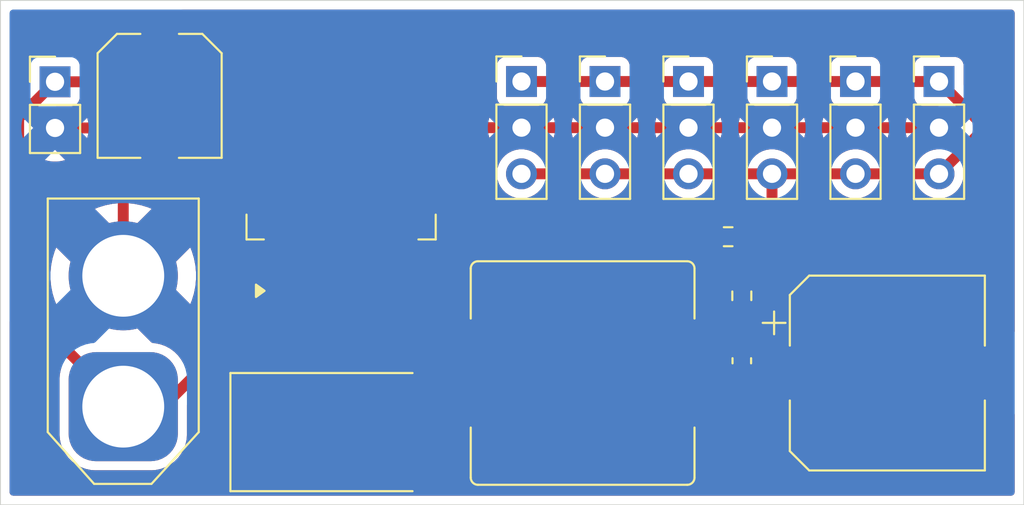
<source format=kicad_pcb>
(kicad_pcb (version 20241229) (generator "pcbnew") (generator_version "9.0")
  (layers (0 "F.Cu" signal) (2 "B.Cu" signal) (13 "F.Paste" user) (15 "B.Paste" user) (5 "F.SilkS" user "F.Silkscreen") (7 "B.SilkS" user "B.Silkscreen") (1 "F.Mask" user) (3 "B.Mask" user) (25 "Edge.Cuts" user))
  (net 0 "")
  (net 1 "GND")
  (net 2 "Net-(J2-Pin_1)")
  (net 3 "Net-(J1-Pin_1)")
  (net 4 "Net-(U1-FB)")
  (net 5 "Net-(D1-K)")
  (footprint "Connector_PinHeader_2.54mm:PinHeader_1x03_P2.54mm_Vertical" (layer "F.Cu") (at 173.16 66.96)
    (property "Reference" "J5" (hide yes))
    (property "Value" "Screw_Terminal_01x03" (hide yes))
    (fp_line (start -1.38 -1.38) (end 0 -1.38) (stroke (width 0.12)) (layer "F.SilkS"))
    (fp_line (start -1.38 0) (end -1.38 -1.38) (stroke (width 0.12)) (layer "F.SilkS"))
    (fp_line (start -1.38 1.27) (end -1.38 6.46) (stroke (width 0.12)) (layer "F.SilkS"))
    (fp_line (start -1.38 1.27) (end 1.38 1.27) (stroke (width 0.12)) (layer "F.SilkS"))
    (fp_line (start -1.38 6.46) (end 1.38 6.46) (stroke (width 0.12)) (layer "F.SilkS"))
    (fp_line (start 1.38 1.27) (end 1.38 6.46) (stroke (width 0.12)) (layer "F.SilkS"))
    (pad "1" thru_hole rect (at 0 0) (size 1.7 1.7) (drill 1) (layers "*.Cu" "*.Mask") (net 2 "Net-(J2-Pin_1)"))
    (pad "2" thru_hole circle (at 0 2.54) (size 1.7 1.7) (drill 1) (layers "*.Cu" "*.Mask") (net 1 "GND"))
    (pad "3" thru_hole circle (at 0 5.08) (size 1.7 1.7) (drill 1) (layers "*.Cu" "*.Mask") (net 2 "Net-(J2-Pin_1)"))
  )
  (footprint "Connector_PinHeader_2.54mm:PinHeader_1x03_P2.54mm_Vertical" (layer "F.Cu") (at 177.75 66.96)
    (property "Reference" "J6" (hide yes))
    (property "Value" "Screw_Terminal_01x03" (hide yes))
    (fp_line (start -1.38 -1.38) (end 0 -1.38) (stroke (width 0.12)) (layer "F.SilkS"))
    (fp_line (start -1.38 0) (end -1.38 -1.38) (stroke (width 0.12)) (layer "F.SilkS"))
    (fp_line (start -1.38 1.27) (end -1.38 6.46) (stroke (width 0.12)) (layer "F.SilkS"))
    (fp_line (start -1.38 1.27) (end 1.38 1.27) (stroke (width 0.12)) (layer "F.SilkS"))
    (fp_line (start -1.38 6.46) (end 1.38 6.46) (stroke (width 0.12)) (layer "F.SilkS"))
    (fp_line (start 1.38 1.27) (end 1.38 6.46) (stroke (width 0.12)) (layer "F.SilkS"))
    (pad "1" thru_hole rect (at 0 0) (size 1.7 1.7) (drill 1) (layers "*.Cu" "*.Mask") (net 2 "Net-(J2-Pin_1)"))
    (pad "2" thru_hole circle (at 0 2.54) (size 1.7 1.7) (drill 1) (layers "*.Cu" "*.Mask") (net 1 "GND"))
    (pad "3" thru_hole circle (at 0 5.08) (size 1.7 1.7) (drill 1) (layers "*.Cu" "*.Mask") (net 2 "Net-(J2-Pin_1)"))
  )
  (footprint "Capacitor_SMD:C_Elec_6.3x7.7" (layer "F.Cu") (at 139.5 67.75 -90)
    (property "Reference" "C2" (hide yes))
    (property "Value" "47uF" (hide yes))
    (fp_line (start -2.345563 3.41) (end 3.41 3.41) (stroke (width 0.12)) (layer "F.SilkS"))
    (fp_line (start 3.41 3.41) (end 3.41 1.06) (stroke (width 0.12)) (layer "F.SilkS"))
    (fp_line (start -3.41 2.345563) (end -2.345563 3.41) (stroke (width 0.12)) (layer "F.SilkS"))
    (fp_line (start -3.41 2.345563) (end -3.41 1.06) (stroke (width 0.12)) (layer "F.SilkS"))
    (fp_line (start -3.41 -2.345563) (end -3.41 -1.06) (stroke (width 0.12)) (layer "F.SilkS"))
    (fp_line (start -3.41 -2.345563) (end -2.345563 -3.41) (stroke (width 0.12)) (layer "F.SilkS"))
    (fp_line (start -2.345563 -3.41) (end 3.41 -3.41) (stroke (width 0.12)) (layer "F.SilkS"))
    (fp_line (start 3.41 -3.41) (end 3.41 -1.06) (stroke (width 0.12)) (layer "F.SilkS"))
    (pad "1" smd roundrect (at -2.5375 0 270) (size 3.325 1.6) (layers "F.Cu" "F.Mask" "F.Paste") (roundrect_rratio 0.15625) (net 3 "Net-(J1-Pin_1)"))
    (pad "2" smd roundrect (at 2.5375 0 270) (size 3.325 1.6) (layers "F.Cu" "F.Mask" "F.Paste") (roundrect_rratio 0.15625) (net 1 "GND"))
  )
  (footprint "Inductor_SMD:L_Bourns_SRR1210A" (layer "F.Cu") (at 162.75 83)
    (property "Reference" "L1" (hide yes))
    (property "Value" "33 uH" (hide yes))
    (fp_line (start -6.15 -5.75) (end -6.15 -3) (stroke (width 0.12)) (layer "F.SilkS"))
    (fp_line (start -6.15 3) (end -6.15 5.75) (stroke (width 0.12)) (layer "F.SilkS"))
    (fp_line (start -5.75 -6.15) (end 5.75 -6.15) (stroke (width 0.12)) (layer "F.SilkS"))
    (fp_line (start 5.75 6.15) (end -5.75 6.15) (stroke (width 0.12)) (layer "F.SilkS"))
    (fp_line (start 6.15 -5.75) (end 6.15 -3) (stroke (width 0.12)) (layer "F.SilkS"))
    (fp_line (start 6.15 3) (end 6.15 5.75) (stroke (width 0.12)) (layer "F.SilkS"))
    (fp_arc (start -6.15 -5.75) (mid -6.032843 -6.032843) (end -5.75 -6.15) (stroke (width 0.12)) (layer "F.SilkS"))
    (fp_arc (start -5.75 6.15) (mid -6.032843 6.032843) (end -6.15 5.75) (stroke (width 0.12)) (layer "F.SilkS"))
    (fp_arc (start 5.75 -6.15) (mid 6.032843 -6.032843) (end 6.15 -5.75) (stroke (width 0.12)) (layer "F.SilkS"))
    (fp_arc (start 6.15 5.75) (mid 6.032843 6.032843) (end 5.75 6.15) (stroke (width 0.12)) (layer "F.SilkS"))
    (pad "1" smd rect (at -5.05 0) (size 2.8 5.3) (layers "F.Cu" "F.Mask" "F.Paste") (net 5 "Net-(D1-K)"))
    (pad "2" smd rect (at 5.05 0) (size 2.8 5.3) (layers "F.Cu" "F.Mask" "F.Paste") (net 2 "Net-(J2-Pin_1)"))
  )
  (footprint "Connector_PinHeader_2.54mm:PinHeader_1x03_P2.54mm_Vertical" (layer "F.Cu") (at 163.98 66.96)
    (property "Reference" "J3" (hide yes))
    (property "Value" "Screw_Terminal_01x03" (hide yes))
    (fp_line (start -1.38 -1.38) (end 0 -1.38) (stroke (width 0.12)) (layer "F.SilkS"))
    (fp_line (start -1.38 0) (end -1.38 -1.38) (stroke (width 0.12)) (layer "F.SilkS"))
    (fp_line (start -1.38 1.27) (end -1.38 6.46) (stroke (width 0.12)) (layer "F.SilkS"))
    (fp_line (start -1.38 1.27) (end 1.38 1.27) (stroke (width 0.12)) (layer "F.SilkS"))
    (fp_line (start -1.38 6.46) (end 1.38 6.46) (stroke (width 0.12)) (layer "F.SilkS"))
    (fp_line (start 1.38 1.27) (end 1.38 6.46) (stroke (width 0.12)) (layer "F.SilkS"))
    (pad "1" thru_hole rect (at 0 0) (size 1.7 1.7) (drill 1) (layers "*.Cu" "*.Mask") (net 2 "Net-(J2-Pin_1)"))
    (pad "2" thru_hole circle (at 0 2.54) (size 1.7 1.7) (drill 1) (layers "*.Cu" "*.Mask") (net 1 "GND"))
    (pad "3" thru_hole circle (at 0 5.08) (size 1.7 1.7) (drill 1) (layers "*.Cu" "*.Mask") (net 2 "Net-(J2-Pin_1)"))
  )
  (footprint "Resistor_SMD:R_0603_1608Metric" (layer "F.Cu") (at 170.75 75.5)
    (property "Reference" "R2" (hide yes))
    (property "Value" "1k" (hide yes))
    (fp_line (start -0.237258 -0.5225) (end 0.237258 -0.5225) (stroke (width 0.12)) (layer "F.SilkS"))
    (fp_line (start -0.237258 0.5225) (end 0.237258 0.5225) (stroke (width 0.12)) (layer "F.SilkS"))
    (pad "1" smd roundrect (at -0.825 0) (size 0.8 0.95) (layers "F.Cu" "F.Mask" "F.Paste") (net 4 "Net-(U1-FB)"))
    (pad "2" smd roundrect (at 0.825 0) (size 0.8 0.95) (layers "F.Cu" "F.Mask" "F.Paste") (net 1 "GND"))
  )
  (footprint "Resistor_SMD:R_0603_1608Metric" (layer "F.Cu") (at 171.5 78.75 -90)
    (property "Reference" "R1" (hide yes))
    (property "Value" "3K" (hide yes))
    (fp_line (start -0.237258 0.5225) (end 0.237258 0.5225) (stroke (width 0.12)) (layer "F.SilkS"))
    (fp_line (start -0.237258 -0.5225) (end 0.237258 -0.5225) (stroke (width 0.12)) (layer "F.SilkS"))
    (pad "1" smd roundrect (at -0.825 0 270) (size 0.8 0.95) (layers "F.Cu" "F.Mask" "F.Paste") (net 4 "Net-(U1-FB)"))
    (pad "2" smd roundrect (at 0.825 0 270) (size 0.8 0.95) (layers "F.Cu" "F.Mask" "F.Paste") (net 2 "Net-(J2-Pin_1)"))
  )
  (footprint "Diode_SMD:D_SMB-SMC_Universal_Handsoldering" (layer "F.Cu") (at 149 86.25)
    (property "Reference" "D1" (hide yes))
    (property "Value" "~" (hide yes))
    (fp_line (start -5.61 -3.25) (end 4.4 -3.25) (stroke (width 0.12)) (layer "F.SilkS"))
    (fp_line (start -5.61 3.25) (end -5.61 -3.25) (stroke (width 0.12)) (layer "F.SilkS"))
    (fp_line (start -5.61 3.25) (end 4.4 3.25) (stroke (width 0.12)) (layer "F.SilkS"))
    (pad "1" smd trapezoid (at -3.2 0) (size 4.3 2.6) (rect_delta 1 0) (layers "F.Cu" "F.Mask" "F.Paste") (net 5 "Net-(D1-K)"))
    (pad "2" smd trapezoid (at 3.2 0 180) (size 4.3 2.6) (rect_delta 1 0) (layers "F.Cu" "F.Mask" "F.Paste") (net 1 "GND"))
  )
  (footprint "Connector_PinHeader_2.54mm:PinHeader_1x02_P2.54mm_Vertical" (layer "F.Cu") (at 133.75 66.975)
    (property "Reference" "J8" (hide yes))
    (property "Value" "Screw_Terminal_01x02" (hide yes))
    (fp_line (start -1.38 -1.38) (end 0 -1.38) (stroke (width 0.12)) (layer "F.SilkS"))
    (fp_line (start -1.38 0) (end -1.38 -1.38) (stroke (width 0.12)) (layer "F.SilkS"))
    (fp_line (start -1.38 1.27) (end -1.38 3.92) (stroke (width 0.12)) (layer "F.SilkS"))
    (fp_line (start -1.38 1.27) (end 1.38 1.27) (stroke (width 0.12)) (layer "F.SilkS"))
    (fp_line (start -1.38 3.92) (end 1.38 3.92) (stroke (width 0.12)) (layer "F.SilkS"))
    (fp_line (start 1.38 1.27) (end 1.38 3.92) (stroke (width 0.12)) (layer "F.SilkS"))
    (pad "1" thru_hole rect (at 0 0) (size 1.7 1.7) (drill 1) (layers "*.Cu" "*.Mask") (net 3 "Net-(J1-Pin_1)"))
    (pad "2" thru_hole circle (at 0 2.54) (size 1.7 1.7) (drill 1) (layers "*.Cu" "*.Mask") (net 1 "GND"))
  )
  (footprint "Connector_PinHeader_2.54mm:PinHeader_1x03_P2.54mm_Vertical" (layer "F.Cu") (at 182.34 66.96)
    (property "Reference" "J7" (hide yes))
    (property "Value" "Screw_Terminal_01x03" (hide yes))
    (fp_line (start -1.38 -1.38) (end 0 -1.38) (stroke (width 0.12)) (layer "F.SilkS"))
    (fp_line (start -1.38 0) (end -1.38 -1.38) (stroke (width 0.12)) (layer "F.SilkS"))
    (fp_line (start -1.38 1.27) (end -1.38 6.46) (stroke (width 0.12)) (layer "F.SilkS"))
    (fp_line (start -1.38 1.27) (end 1.38 1.27) (stroke (width 0.12)) (layer "F.SilkS"))
    (fp_line (start -1.38 6.46) (end 1.38 6.46) (stroke (width 0.12)) (layer "F.SilkS"))
    (fp_line (start 1.38 1.27) (end 1.38 6.46) (stroke (width 0.12)) (layer "F.SilkS"))
    (pad "1" thru_hole rect (at 0 0) (size 1.7 1.7) (drill 1) (layers "*.Cu" "*.Mask") (net 2 "Net-(J2-Pin_1)"))
    (pad "2" thru_hole circle (at 0 2.54) (size 1.7 1.7) (drill 1) (layers "*.Cu" "*.Mask") (net 1 "GND"))
    (pad "3" thru_hole circle (at 0 5.08) (size 1.7 1.7) (drill 1) (layers "*.Cu" "*.Mask") (net 2 "Net-(J2-Pin_1)"))
  )
  (footprint "Package_TO_SOT_SMD:TO-263-5_TabPin3" (layer "F.Cu") (at 149.475 70.825 90)
    (property "Reference" "U1" (hide yes))
    (property "Value" "LM2596S-5" (hide yes))
    (fp_line (start -3.46 -5.2) (end -4.825 -5.2) (stroke (width 0.12)) (layer "F.SilkS"))
    (fp_line (start -4.825 -5.2) (end -4.825 -4.25) (stroke (width 0.12)) (layer "F.SilkS"))
    (fp_line (start -3.46 5.2) (end -4.825 5.2) (stroke (width 0.12)) (layer "F.SilkS"))
    (fp_line (start -4.825 5.2) (end -4.825 4.25) (stroke (width 0.12)) (layer "F.SilkS"))
    (fp_poly (pts (xy -7.65 -4.21) (xy -7.99 -4.68) (xy -7.31 -4.68)) (stroke (width 0.12)) (fill yes) (layer "F.SilkS"))
    (pad "1" smd roundrect (at -7.65 -3.4 90) (size 4.6 1.1) (layers "F.Cu" "F.Mask" "F.Paste") (roundrect_rratio 0.227273) (net 3 "Net-(J1-Pin_1)"))
    (pad "2" smd roundrect (at -7.65 -1.7 90) (size 4.6 1.1) (layers "F.Cu" "F.Mask" "F.Paste") (roundrect_rratio 0.227273) (net 5 "Net-(D1-K)"))
    (pad "3" smd roundrect (at -7.65 0 90) (size 4.6 1.1) (layers "F.Cu" "F.Mask" "F.Paste") (roundrect_rratio 0.227273) (net 1 "GND"))
    (pad "3" smd roundrect (at 1.5 0 90) (size 9.4 10.8) (layers "F.Cu" "F.Mask") (roundrect_rratio 0.026596) (net 1 "GND"))
    (pad "4" smd roundrect (at -7.65 1.7 90) (size 4.6 1.1) (layers "F.Cu" "F.Mask" "F.Paste") (roundrect_rratio 0.227273) (net 4 "Net-(U1-FB)"))
    (pad "5" smd roundrect (at -7.65 3.4 90) (size 4.6 1.1) (layers "F.Cu" "F.Mask" "F.Paste") (roundrect_rratio 0.227273) (net 1 "GND"))
  )
  (footprint "Connector_PinHeader_2.54mm:PinHeader_1x03_P2.54mm_Vertical" (layer "F.Cu") (at 168.57 66.96)
    (property "Reference" "J4" (hide yes))
    (property "Value" "Screw_Terminal_01x03" (hide yes))
    (fp_line (start -1.38 -1.38) (end 0 -1.38) (stroke (width 0.12)) (layer "F.SilkS"))
    (fp_line (start -1.38 0) (end -1.38 -1.38) (stroke (width 0.12)) (layer "F.SilkS"))
    (fp_line (start -1.38 1.27) (end -1.38 6.46) (stroke (width 0.12)) (layer "F.SilkS"))
    (fp_line (start -1.38 1.27) (end 1.38 1.27) (stroke (width 0.12)) (layer "F.SilkS"))
    (fp_line (start -1.38 6.46) (end 1.38 6.46) (stroke (width 0.12)) (layer "F.SilkS"))
    (fp_line (start 1.38 1.27) (end 1.38 6.46) (stroke (width 0.12)) (layer "F.SilkS"))
    (pad "1" thru_hole rect (at 0 0) (size 1.7 1.7) (drill 1) (layers "*.Cu" "*.Mask") (net 2 "Net-(J2-Pin_1)"))
    (pad "2" thru_hole circle (at 0 2.54) (size 1.7 1.7) (drill 1) (layers "*.Cu" "*.Mask") (net 1 "GND"))
    (pad "3" thru_hole circle (at 0 5.08) (size 1.7 1.7) (drill 1) (layers "*.Cu" "*.Mask") (net 2 "Net-(J2-Pin_1)"))
  )
  (footprint "Connector_AMASS:AMASS_XT60-M_1x02_P7.20mm_Vertical" (layer "F.Cu") (at 137.5 84.85 90)
    (property "Reference" "J1" (hide yes))
    (property "Value" "Screw_Terminal_01x02" (hide yes))
    (fp_line (start 11.45 -4.15) (end -1.4 -4.15) (stroke (width 0.12)) (layer "F.SilkS"))
    (fp_line (start -1.4 -4.15) (end -4.25 -1.6) (stroke (width 0.12)) (layer "F.SilkS"))
    (fp_line (start -4.25 -1.6) (end -4.25 1.55) (stroke (width 0.12)) (layer "F.SilkS"))
    (fp_line (start -4.25 1.55) (end -1.4 4.15) (stroke (width 0.12)) (layer "F.SilkS"))
    (fp_line (start 11.45 4.15) (end 11.45 -4.15) (stroke (width 0.12)) (layer "F.SilkS"))
    (fp_line (start -1.4 4.15) (end 11.45 4.15) (stroke (width 0.12)) (layer "F.SilkS"))
    (pad "1" thru_hole roundrect (at 0 0 90) (size 6 6) (drill 4.5) (layers "*.Cu" "*.Mask") (net 3 "Net-(J1-Pin_1)"))
    (pad "2" thru_hole circle (at 7.2 0 90) (size 6 6) (drill 4.5) (layers "*.Cu" "*.Mask") (net 1 "GND"))
  )
  (footprint "Connector_PinHeader_2.54mm:PinHeader_1x03_P2.54mm_Vertical" (layer "F.Cu") (at 159.39 66.96)
    (property "Reference" "J2" (hide yes))
    (property "Value" "Screw_Terminal_01x03" (hide yes))
    (fp_line (start -1.38 -1.38) (end 0 -1.38) (stroke (width 0.12)) (layer "F.SilkS"))
    (fp_line (start -1.38 0) (end -1.38 -1.38) (stroke (width 0.12)) (layer "F.SilkS"))
    (fp_line (start -1.38 1.27) (end -1.38 6.46) (stroke (width 0.12)) (layer "F.SilkS"))
    (fp_line (start -1.38 1.27) (end 1.38 1.27) (stroke (width 0.12)) (layer "F.SilkS"))
    (fp_line (start -1.38 6.46) (end 1.38 6.46) (stroke (width 0.12)) (layer "F.SilkS"))
    (fp_line (start 1.38 1.27) (end 1.38 6.46) (stroke (width 0.12)) (layer "F.SilkS"))
    (pad "1" thru_hole rect (at 0 0) (size 1.7 1.7) (drill 1) (layers "*.Cu" "*.Mask") (net 2 "Net-(J2-Pin_1)"))
    (pad "2" thru_hole circle (at 0 2.54) (size 1.7 1.7) (drill 1) (layers "*.Cu" "*.Mask") (net 1 "GND"))
    (pad "3" thru_hole circle (at 0 5.08) (size 1.7 1.7) (drill 1) (layers "*.Cu" "*.Mask") (net 2 "Net-(J2-Pin_1)"))
  )
  (footprint "Capacitor_SMD:CP_Elec_10x10.5" (layer "F.Cu") (at 179.5 83)
    (property "Reference" "C1" (hide yes))
    (property "Value" "220uF" (hide yes))
    (fp_line (start -6.85 -2.76) (end -5.6 -2.76) (stroke (width 0.12)) (layer "F.SilkS"))
    (fp_line (start -6.225 -3.385) (end -6.225 -2.135) (stroke (width 0.12)) (layer "F.SilkS"))
    (fp_line (start -5.36 -4.295563) (end -5.36 -1.51) (stroke (width 0.12)) (layer "F.SilkS"))
    (fp_line (start -5.36 -4.295563) (end -4.295563 -5.36) (stroke (width 0.12)) (layer "F.SilkS"))
    (fp_line (start -5.36 4.295563) (end -5.36 1.51) (stroke (width 0.12)) (layer "F.SilkS"))
    (fp_line (start -5.36 4.295563) (end -4.295563 5.36) (stroke (width 0.12)) (layer "F.SilkS"))
    (fp_line (start -4.295563 -5.36) (end 5.36 -5.36) (stroke (width 0.12)) (layer "F.SilkS"))
    (fp_line (start -4.295563 5.36) (end 5.36 5.36) (stroke (width 0.12)) (layer "F.SilkS"))
    (fp_line (start 5.36 -5.36) (end 5.36 -1.51) (stroke (width 0.12)) (layer "F.SilkS"))
    (fp_line (start 5.36 5.36) (end 5.36 1.51) (stroke (width 0.12)) (layer "F.SilkS"))
    (pad "1" smd roundrect (at -4.2 0) (size 4.4 2.5) (layers "F.Cu" "F.Mask" "F.Paste") (roundrect_rratio 0.1) (net 2 "Net-(J2-Pin_1)"))
    (pad "2" smd roundrect (at 4.2 0) (size 4.4 2.5) (layers "F.Cu" "F.Mask" "F.Paste") (roundrect_rratio 0.1) (net 1 "GND"))
  )
  (footprint "Capacitor_SMD:C_0603_1608Metric" (layer "F.Cu") (at 171.5 82.325 90)
    (property "Reference" "C3" (hide yes))
    (property "Value" "100nF" (hide yes))
    (fp_line (start -0.14058 -0.51) (end 0.14058 -0.51) (stroke (width 0.12)) (layer "F.SilkS"))
    (fp_line (start -0.14058 0.51) (end 0.14058 0.51) (stroke (width 0.12)) (layer "F.SilkS"))
    (pad "1" smd roundrect (at -0.775 0 90) (size 0.9 0.95) (layers "F.Cu" "F.Mask" "F.Paste") (net 2 "Net-(J2-Pin_1)"))
    (pad "2" smd roundrect (at 0.775 0 90) (size 0.9 0.95) (layers "F.Cu" "F.Mask" "F.Paste") (net 4 "Net-(U1-FB)"))
  )
  (gr_line (start 187 62.5) (end 187 90.25) (stroke (width 0.05)) (layer "Edge.Cuts"))
  (gr_line (start 187 90.25) (end 130.75 90.25) (stroke (width 0.05)) (layer "Edge.Cuts"))
  (gr_line (start 130.75 62.5) (end 187 62.5) (stroke (width 0.05)) (layer "Edge.Cuts"))
  (gr_line (start 130.75 90.25) (end 130.75 62.5) (stroke (width 0.05)) (layer "Edge.Cuts"))
  (segment (start 156.75 73.25) (end 157.25 73.75) (width 0.6) (layer "F.Cu") (net 1))
  (segment (start 156.75 69.5) (end 156.75 73.25) (width 0.6) (layer "F.Cu") (net 1))
  (segment (start 182.34 69.5) (end 156.75 69.5) (width 0.6) (layer "F.Cu") (net 1))
  (segment (start 169.825 73.75) (end 171.575 75.5) (width 0.6) (layer "F.Cu") (net 1))
  (segment (start 149.475 78.475) (end 149.475 69.325) (width 0.6) (layer "F.Cu") (net 1))
  (segment (start 137.5 77.65) (end 137.5 72.2875) (width 0.6) (layer "F.Cu") (net 1))
  (segment (start 156.75 69.5) (end 140.2875 69.5) (width 0.6) (layer "F.Cu") (net 1))
  (segment (start 133.75 69.515) (end 138.7275 69.515) (width 0.6) (layer "F.Cu") (net 1))
  (segment (start 140.2875 69.5) (end 139.5 70.2875) (width 0.6) (layer "F.Cu") (net 1))
  (segment (start 137.5 72.2875) (end 139.5 70.2875) (width 0.6) (layer "F.Cu") (net 1))
  (segment (start 138.7275 69.515) (end 139.5 70.2875) (width 0.6) (layer "F.Cu") (net 1))
  (segment (start 157.25 73.75) (end 169.825 73.75) (width 0.6) (layer "F.Cu") (net 1))
  (segment (start 175.3 83) (end 171.6 83) (width 0.6) (layer "F.Cu") (net 2))
  (segment (start 159.39 72.04) (end 182.34 72.04) (width 0.6) (layer "F.Cu") (net 2))
  (segment (start 173.16 72.04) (end 173.16 77.915) (width 0.6) (layer "F.Cu") (net 2))
  (segment (start 175.3 83) (end 173.16 80.86) (width 0.6) (layer "F.Cu") (net 2))
  (segment (start 159.39 66.96) (end 182.34 66.96) (width 0.6) (layer "F.Cu") (net 2))
  (segment (start 173.16 77.915) (end 171.5 79.575) (width 0.6) (layer "F.Cu") (net 2))
  (segment (start 184.51 69.87) (end 184.51 69.13) (width 0.6) (layer "F.Cu") (net 2))
  (segment (start 171.6 83) (end 171.5 83.1) (width 0.6) (layer "F.Cu") (net 2))
  (segment (start 173.16 80.86) (end 173.16 77.915) (width 0.6) (layer "F.Cu") (net 2))
  (segment (start 171.4 83) (end 171.5 83.1) (width 0.6) (layer "F.Cu") (net 2))
  (segment (start 182.34 72.04) (end 184.51 69.87) (width 0.6) (layer "F.Cu") (net 2))
  (segment (start 167.8 83) (end 171.4 83) (width 0.6) (layer "F.Cu") (net 2))
  (segment (start 184.51 69.13) (end 182.34 66.96) (width 0.6) (layer "F.Cu") (net 2))
  (segment (start 131.75 79.1) (end 131.75 68.975) (width 0.6) (layer "F.Cu") (net 3))
  (segment (start 139.7 84.85) (end 146.075 78.475) (width 0.6) (layer "F.Cu") (net 3))
  (segment (start 137.5 84.85) (end 131.75 79.1) (width 0.6) (layer "F.Cu") (net 3))
  (segment (start 137.5 84.85) (end 139.7 84.85) (width 0.6) (layer "F.Cu") (net 3))
  (segment (start 133.75 66.975) (end 137.7375 66.975) (width 0.6) (layer "F.Cu") (net 3))
  (segment (start 131.75 68.975) (end 133.75 66.975) (width 0.6) (layer "F.Cu") (net 3))
  (segment (start 137.7375 66.975) (end 139.5 65.2125) (width 0.6) (layer "F.Cu") (net 3))
  (segment (start 169.425 75) (end 169.925 75.5) (width 0.6) (layer "F.Cu") (net 4))
  (segment (start 152.35 75) (end 169.425 75) (width 0.6) (layer "F.Cu") (net 4))
  (segment (start 171.5 81.55) (end 169.925 79.975) (width 0.6) (layer "F.Cu") (net 4))
  (segment (start 151.175 78.475) (end 151.175 76.175) (width 0.6) (layer "F.Cu") (net 4))
  (segment (start 169.925 75.5) (end 169.925 76.35) (width 0.6) (layer "F.Cu") (net 4))
  (segment (start 169.925 76.35) (end 171.5 77.925) (width 0.6) (layer "F.Cu") (net 4))
  (segment (start 169.925 79.975) (end 169.925 75.5) (width 0.6) (layer "F.Cu") (net 4))
  (segment (start 151.175 76.175) (end 152.35 75) (width 0.6) (layer "F.Cu") (net 4))
  (segment (start 145.8 86.25) (end 147.775 84.275) (width 0.6) (layer "F.Cu") (net 5))
  (segment (start 147.775 84.275) (end 149.05 83) (width 0.6) (layer "F.Cu") (net 5))
  (segment (start 149.05 83) (end 157.7 83) (width 0.6) (layer "F.Cu") (net 5))
  (segment (start 147.775 84.275) (end 147.775 78.475) (width 0.6) (layer "F.Cu") (net 5))
  (zone (net 1) (net_name "GND") (layer "F.Cu") (connect_pads (clearance 0.5)) (min_thickness 0.4) (fill yes (thermal_gap 1) (thermal_bridge_width 3))
    (polygon (pts (xy 130.75 62.5) (xy 187 62.5) (xy 187 90.25) (xy 130.75 90.25)))
  )
  (zone (net 1) (net_name "GND") (layer "B.Cu") (priority 1) (connect_pads (clearance 0.5)) (min_thickness 0.4) (fill yes (thermal_gap 1) (thermal_bridge_width 3))
    (polygon (pts (xy 130.75 62.5) (xy 187 62.5) (xy 187 90.25) (xy 130.75 90.25)))
  )
)
</source>
